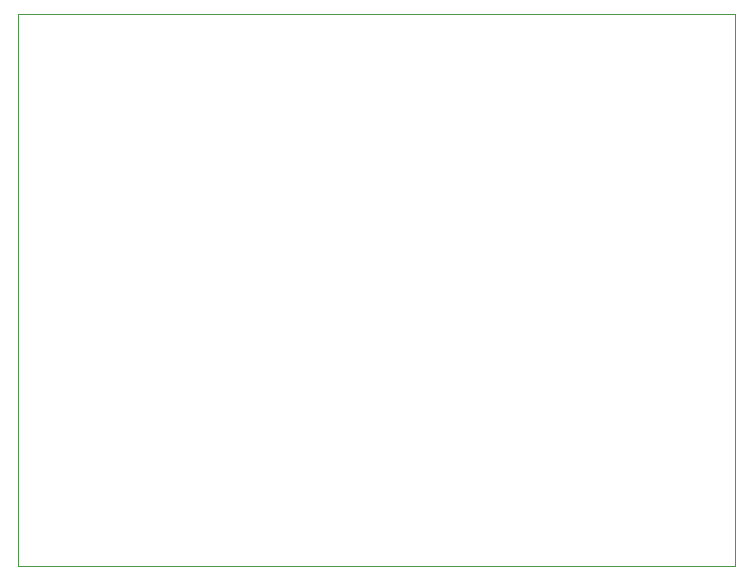
<source format=gbr>
G04 #@! TF.GenerationSoftware,KiCad,Pcbnew,(5.1.2-1)-1*
G04 #@! TF.CreationDate,2021-07-13T12:03:47-04:00*
G04 #@! TF.ProjectId,Ring Modulator - yusynth,52696e67-204d-46f6-9475-6c61746f7220,rev?*
G04 #@! TF.SameCoordinates,Original*
G04 #@! TF.FileFunction,Profile,NP*
%FSLAX46Y46*%
G04 Gerber Fmt 4.6, Leading zero omitted, Abs format (unit mm)*
G04 Created by KiCad (PCBNEW (5.1.2-1)-1) date 2021-07-13 12:03:47*
%MOMM*%
%LPD*%
G04 APERTURE LIST*
%ADD10C,0.050000*%
G04 APERTURE END LIST*
D10*
X72898000Y-12192000D02*
X12192000Y-12192000D01*
X72898000Y-58928000D02*
X72898000Y-12192000D01*
X12192000Y-58928000D02*
X72898000Y-58928000D01*
X12192000Y-12192000D02*
X12192000Y-58928000D01*
M02*

</source>
